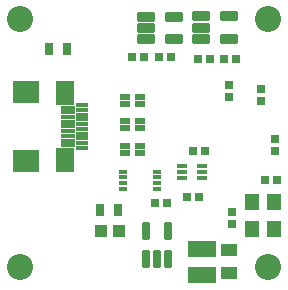
<source format=gbs>
G04*
G04 #@! TF.GenerationSoftware,Altium Limited,Altium Designer,19.1.1 (5)*
G04*
G04 Layer_Color=16711935*
%FSLAX25Y25*%
%MOIN*%
G70*
G01*
G75*
%ADD14C,0.08674*%
%ADD38R,0.02756X0.02913*%
%ADD39R,0.03200X0.01800*%
%ADD40R,0.03556X0.01981*%
%ADD41R,0.03000X0.01800*%
%ADD42R,0.03162X0.04343*%
%ADD43R,0.03950X0.04343*%
G04:AMPARAMS|DCode=44|XSize=56.82mil|YSize=29.65mil|CornerRadius=5.52mil|HoleSize=0mil|Usage=FLASHONLY|Rotation=90.000|XOffset=0mil|YOffset=0mil|HoleType=Round|Shape=RoundedRectangle|*
%AMROUNDEDRECTD44*
21,1,0.05682,0.01862,0,0,90.0*
21,1,0.04579,0.02965,0,0,90.0*
1,1,0.01103,0.00931,0.02290*
1,1,0.01103,0.00931,-0.02290*
1,1,0.01103,-0.00931,-0.02290*
1,1,0.01103,-0.00931,0.02290*
%
%ADD44ROUNDEDRECTD44*%
%ADD45R,0.09540X0.05682*%
%ADD46R,0.05800X0.04194*%
%ADD47R,0.02913X0.02756*%
%ADD48R,0.04800X0.05800*%
G04:AMPARAMS|DCode=49|XSize=31.23mil|YSize=61.94mil|CornerRadius=5.74mil|HoleSize=0mil|Usage=FLASHONLY|Rotation=90.000|XOffset=0mil|YOffset=0mil|HoleType=Round|Shape=RoundedRectangle|*
%AMROUNDEDRECTD49*
21,1,0.03123,0.05046,0,0,90.0*
21,1,0.01975,0.06194,0,0,90.0*
1,1,0.01148,0.02523,0.00987*
1,1,0.01148,0.02523,-0.00987*
1,1,0.01148,-0.02523,-0.00987*
1,1,0.01148,-0.02523,0.00987*
%
%ADD49ROUNDEDRECTD49*%
%ADD50R,0.04737X0.01706*%
%ADD51R,0.04146X0.01706*%
%ADD52R,0.06233X0.07887*%
%ADD53R,0.08674X0.07493*%
D14*
X90551Y7874D02*
D03*
Y90551D02*
D03*
X7874Y7874D02*
D03*
Y90551D02*
D03*
D38*
X63500Y31299D02*
D03*
X67500D02*
D03*
X53000Y29299D02*
D03*
X57000D02*
D03*
X89496Y37039D02*
D03*
X93496D02*
D03*
X80079Y77480D02*
D03*
X76079D02*
D03*
X67299D02*
D03*
X71299D02*
D03*
X58410Y78031D02*
D03*
X54409D02*
D03*
X45094Y78110D02*
D03*
X49095D02*
D03*
X65500Y46760D02*
D03*
X69500D02*
D03*
D39*
X61839Y41618D02*
D03*
Y39649D02*
D03*
Y37681D02*
D03*
X68539D02*
D03*
Y39649D02*
D03*
Y41618D02*
D03*
D40*
X43039Y64500D02*
D03*
Y62334D02*
D03*
X47961Y64500D02*
D03*
Y62334D02*
D03*
Y54460D02*
D03*
Y56626D02*
D03*
Y46133D02*
D03*
Y48299D02*
D03*
X43039Y54460D02*
D03*
Y56626D02*
D03*
Y48299D02*
D03*
Y46133D02*
D03*
D41*
X42194Y33894D02*
D03*
Y35862D02*
D03*
Y37831D02*
D03*
Y39799D02*
D03*
X53602D02*
D03*
Y37831D02*
D03*
Y35862D02*
D03*
Y33894D02*
D03*
D42*
X40600Y26937D02*
D03*
X34600D02*
D03*
X23638Y80559D02*
D03*
X17638D02*
D03*
D43*
X41046Y19858D02*
D03*
X35046D02*
D03*
D44*
X57342D02*
D03*
X49862D02*
D03*
Y10528D02*
D03*
X53602D02*
D03*
X57342D02*
D03*
D45*
X68539Y14047D02*
D03*
Y5465D02*
D03*
D46*
X77681Y6016D02*
D03*
Y13496D02*
D03*
D47*
X78661Y22181D02*
D03*
Y26181D02*
D03*
X92898Y50760D02*
D03*
Y46760D02*
D03*
X88125Y63417D02*
D03*
Y67417D02*
D03*
X77602Y64520D02*
D03*
Y68520D02*
D03*
D48*
X85362Y29786D02*
D03*
X92550Y29755D02*
D03*
X92519Y20630D02*
D03*
X85237Y20599D02*
D03*
D49*
X77539Y84016D02*
D03*
Y91496D02*
D03*
X68287D02*
D03*
Y87756D02*
D03*
Y84016D02*
D03*
X59154Y83819D02*
D03*
Y91299D02*
D03*
X49902D02*
D03*
Y87559D02*
D03*
Y83819D02*
D03*
D50*
X23799Y56406D02*
D03*
Y57981D02*
D03*
Y51681D02*
D03*
Y53256D02*
D03*
Y61130D02*
D03*
Y59555D02*
D03*
Y54831D02*
D03*
Y50107D02*
D03*
Y48532D02*
D03*
D51*
X28622Y54044D02*
D03*
Y55618D02*
D03*
Y61918D02*
D03*
Y60343D02*
D03*
Y58768D02*
D03*
Y57193D02*
D03*
Y52469D02*
D03*
Y50894D02*
D03*
Y49319D02*
D03*
Y47744D02*
D03*
D52*
X23051Y43611D02*
D03*
Y66051D02*
D03*
D53*
X9823Y43414D02*
D03*
Y66248D02*
D03*
M02*

</source>
